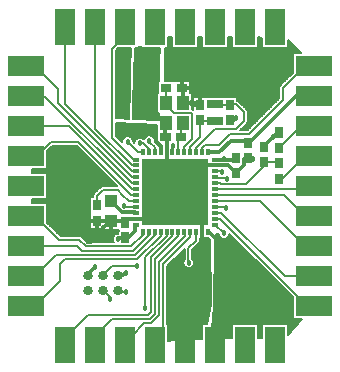
<source format=gtl>
G04 DipTrace 2.4.0.2*
%INSTM32.gtl*%
%MOMM*%
%ADD13C,0.203*%
%ADD14C,0.305*%
%ADD15C,0.3*%
%ADD16C,0.196*%
%ADD17C,0.152*%
%ADD18C,0.33*%
%ADD19R,1.7X1.6*%
%ADD21R,1.7X2.032*%
%ADD23R,1.6X1.7*%
%ADD24R,2.032X1.7*%
%ADD25R,1.0X1.1*%
%ADD26R,0.7X0.9*%
%ADD27R,1.1X1.0*%
%ADD28R,0.9X0.7*%
%ADD29R,2.0X1.7*%
%ADD30R,1.7X2.0*%
%ADD31R,0.9X0.75*%
%ADD37R,0.3X0.55*%
%ADD38R,0.55X0.3*%
%ADD39R,5.6X5.6*%
%ADD40C,0.711*%
%ADD43R,1.1X1.2*%
%ADD44R,1.4X0.7*%
%ADD45C,0.457*%
%FSLAX53Y53*%
G04*
G71*
G90*
G75*
G01*
%LNTop*%
%LPD*%
X30627Y26081D2*
D13*
X31774D1*
X31880Y25974D1*
X30627Y26081D2*
Y25758D1*
X29067Y24198D1*
X26970D1*
X26845Y24322D1*
X26498D1*
X26478Y24303D1*
X16491Y22436D2*
Y23243D1*
X16939Y23691D1*
X18213D1*
X18588Y23316D1*
Y23341D1*
X19144Y22786D1*
X19711D1*
X19728Y22803D1*
X31880Y24674D2*
X32167D1*
X34087Y26595D1*
X35357D1*
X16491Y21136D2*
D14*
X17624D1*
Y21128D1*
X18682D1*
X18826Y20985D1*
X19728Y21303D2*
D15*
X19301D1*
D14*
X19144D1*
X18826Y20985D1*
X29227Y26438D2*
Y26329D1*
X28942D1*
Y25870D1*
X28206Y25133D1*
X26478Y25803D2*
D15*
X26905D1*
D14*
X27536D1*
X28206Y25133D1*
X31885Y28578D2*
X31708D1*
X30511Y27381D1*
X30627D1*
X23744Y31087D2*
Y32256D1*
X23644Y32357D1*
X23744Y31087D2*
X24902D1*
X25050D1*
X25211Y30926D1*
X26478Y25803D2*
D15*
X26051D1*
D14*
X25353D1*
X23103Y23553D1*
X22353Y26928D2*
D15*
Y27355D1*
D14*
Y28157D1*
X22266Y28245D1*
Y29309D1*
X22344Y29387D1*
X22353Y26928D2*
D15*
Y26501D1*
D14*
Y24303D1*
X23103Y23553D1*
X22266Y28245D2*
Y29622D1*
X22125Y29763D1*
X21155D1*
Y30040D1*
X20331D1*
X19934Y30437D1*
X22344Y29387D2*
Y29753D1*
X21383D1*
X21064Y30072D1*
X19934D1*
Y30437D1*
X27739Y29655D2*
X28086D1*
X28254Y29823D1*
X29716Y26329D2*
X29227D1*
X25353Y20178D2*
D15*
Y19318D1*
D14*
Y15975D1*
X25590Y15739D1*
Y16887D1*
Y18076D1*
Y19194D1*
Y14599D1*
X25390Y14399D1*
Y13526D1*
X24058Y12195D1*
Y11486D1*
X23927Y11355D1*
X31375Y28214D2*
Y28290D1*
X31598D1*
X31885Y28578D1*
X24423Y31124D2*
X24902D1*
Y31087D1*
X19728Y21303D2*
D15*
X20155D1*
D14*
X20853D1*
X23103Y23553D1*
X25353Y20178D2*
D15*
Y20605D1*
D14*
Y21303D1*
X23103Y23553D1*
X15700Y16499D2*
Y16655D1*
X16258Y17212D1*
X17624Y21128D2*
X17560D1*
X16974Y20543D1*
X24853Y26928D2*
D13*
Y27269D1*
X26459Y28874D1*
X28225D1*
X28897Y29546D1*
Y30314D1*
X28239Y30973D1*
X27756D1*
X27739Y30955D1*
X26551D1*
X26465Y31040D1*
Y29540D2*
X25297D1*
X25211Y29626D1*
Y28213D1*
X24353Y27355D1*
Y26928D1*
X34087Y29135D2*
X33742D1*
X31885Y27278D1*
X34087Y29135D2*
X35357D1*
X22853Y26928D2*
Y27415D1*
X22884Y27446D1*
X19887Y17295D2*
X17766D1*
X16970Y16499D1*
X21353Y26928D2*
Y27341D1*
X20958Y27736D1*
Y27849D1*
X20905Y27902D1*
X20853Y26928D2*
Y27242D1*
X20391Y27704D1*
X20096D1*
X20353Y26928D2*
X19970D1*
X19065Y27833D1*
X19728Y26303D2*
X19615D1*
X17745Y28173D1*
Y35653D1*
X18847Y36755D1*
X19728Y25803D2*
X19443D1*
X16334Y28912D1*
Y36728D1*
X16307Y36755D1*
X19728Y25303D2*
X19437D1*
X13718Y31023D1*
Y36705D1*
X13767Y36755D1*
X19728Y24803D2*
X19431D1*
X13130Y31105D1*
Y32312D1*
X11227Y34215D1*
X19728Y24303D2*
X19425D1*
X12105Y31624D1*
X11278D1*
X11227Y31675D1*
X22353Y20178D2*
Y19843D1*
X20572Y18062D1*
Y13738D1*
X13767Y11355D2*
X13885D1*
X15683Y13153D1*
X20797D1*
X21065Y13421D1*
Y18045D1*
X22851Y19831D1*
Y20176D1*
X22853Y20178D1*
X23353D2*
Y19829D1*
X21412Y17888D1*
Y13263D1*
X20947Y12797D1*
X17750D1*
X16307Y11355D1*
X18847D2*
X19390D1*
X20478Y12443D1*
X21080D1*
X21744Y13107D1*
Y17664D1*
X23885Y19805D1*
Y20146D1*
X23853Y20178D1*
X21387Y11355D2*
Y11428D1*
X22076Y12116D1*
Y17447D1*
X24366Y19737D1*
Y20165D1*
X24353Y20178D1*
X26478Y21303D2*
X26855D1*
X34087Y14071D1*
Y13895D1*
X19728Y23803D2*
X19406D1*
X14099Y29110D1*
X11251D1*
X11227Y29135D1*
X19728Y23303D2*
X19359D1*
X14881Y27782D1*
X12551D1*
X11555Y26785D1*
Y26640D1*
X11182D1*
X11227Y26595D1*
X26478Y21803D2*
X26996D1*
X32363Y16436D1*
X34086D1*
X34087Y16435D1*
X26478Y22303D2*
X27313D1*
X27393Y22223D1*
X26478Y22803D2*
X30259D1*
X34087Y18975D1*
X26478Y23303D2*
X32299D1*
X34087Y21515D1*
X35357D1*
X26478Y23803D2*
X33835D1*
X34087Y24055D1*
X35357D1*
X26478Y24803D2*
Y24708D1*
X27452D1*
X27475Y24685D1*
X26478Y25303D2*
X27010D1*
X27049Y25263D1*
X19728Y22303D2*
X18891D1*
X18782Y22412D1*
X20353Y20178D2*
Y19932D1*
X19368Y18948D1*
X15506D1*
X14957Y19496D1*
X13245D1*
X11227Y21515D1*
X20853Y20178D2*
Y19890D1*
X19554Y18591D1*
X15185D1*
X14781Y18996D1*
X11248D1*
X11227Y18975D1*
X21353Y20178D2*
Y19880D1*
X19708Y18235D1*
X13027D1*
X11227Y16435D1*
X21853Y20178D2*
Y19871D1*
X19858Y17876D1*
X13749D1*
X13367Y17494D1*
Y16035D1*
X11227Y13895D1*
X25353Y26928D2*
Y27258D1*
X25598Y27503D1*
X26791D1*
X27737Y28449D1*
X29340D1*
X32230Y31339D1*
Y32358D1*
X34087Y34215D1*
X23853Y26928D2*
D16*
Y27354D1*
X24550Y28051D1*
Y30149D1*
X24462Y30237D1*
X23002D1*
X22344Y30895D1*
Y31087D1*
Y32357D1*
X23353Y26928D2*
D13*
Y28032D1*
X23566Y28245D1*
Y29209D1*
X23744Y29387D1*
X26478Y20803D2*
Y20769D1*
X27194Y20054D1*
X17542Y14501D2*
Y14658D1*
X16970Y15229D1*
X24853Y20178D2*
Y19437D1*
X24213Y18796D1*
Y17597D1*
X24233Y17577D1*
X18891Y15051D2*
X18419D1*
X18240Y15229D1*
X25853Y26928D2*
D15*
X26155D1*
D14*
X26828D1*
X27790Y27889D1*
X29075D1*
X29227Y27738D1*
X29378D1*
X33315Y31675D1*
X34087D1*
X17624Y22828D2*
Y22799D1*
X18575Y21848D1*
X19683D1*
D15*
X19728Y21803D1*
X18826Y19685D2*
D14*
X19106D1*
X19694Y20272D1*
Y20768D1*
D15*
X19728Y20803D1*
X28206Y26433D2*
D14*
Y26303D1*
X27213D1*
X26478D1*
X27213Y26365D2*
Y26303D1*
X26467Y11355D2*
Y13776D1*
X27090Y14399D1*
Y18994D1*
X26890Y19194D1*
Y18076D1*
Y16887D1*
Y15739D1*
X25853Y20178D2*
D15*
Y20247D1*
D14*
X27014Y19086D1*
Y15739D1*
X26890D1*
X18601Y30183D2*
Y31600D1*
X18633Y31632D1*
X18826Y19685D2*
X18347D1*
X18247Y19585D1*
X18240Y16499D2*
X18686D1*
X18926Y16739D1*
X18601Y28783D2*
X19888D1*
X19934Y28737D1*
X21152D1*
X21155Y28740D1*
X21853Y26928D2*
D15*
Y27417D1*
D14*
X21487Y27784D1*
Y28409D1*
X21155Y28740D1*
D45*
X22884Y27446D3*
X28254Y29823D3*
X29716Y26329D3*
X27213Y26365D3*
X27049Y25263D3*
X27475Y24685D3*
X27393Y22223D3*
X24233Y17577D3*
X27194Y20054D3*
X20572Y13738D3*
X18782Y22412D3*
X19065Y27833D3*
X20096Y27704D3*
X20905Y27902D3*
X18891Y15051D3*
X17542Y14501D3*
X19887Y17295D3*
X31375Y28214D3*
X24423Y31124D3*
X18633Y31632D3*
X18247Y19585D3*
X16258Y17212D3*
X18926Y16739D3*
X16974Y20543D3*
X25253Y19931D2*
D17*
X25453D1*
X25253Y19782D2*
X25453D1*
X25203Y19633D2*
X25904D1*
X25203Y19485D2*
X26023D1*
X25189Y19336D2*
X26025D1*
X25094Y19187D2*
X26028D1*
X24944Y19039D2*
X26028D1*
X24797Y18890D2*
X26030D1*
X24647Y18741D2*
X26030D1*
X23712Y18593D2*
X23862D1*
X24564D2*
X26033D1*
X23562Y18444D2*
X23862D1*
X24564D2*
X26033D1*
X23415Y18295D2*
X23862D1*
X24564D2*
X26035D1*
X23265Y18147D2*
X23862D1*
X24564D2*
X26035D1*
X23118Y17998D2*
X23862D1*
X24564D2*
X26037D1*
X22968Y17849D2*
X23843D1*
X24621D2*
X26037D1*
X22819Y17701D2*
X23772D1*
X24695D2*
X26040D1*
X22671Y17552D2*
X23755D1*
X24709D2*
X26040D1*
X22522Y17403D2*
X23788D1*
X24676D2*
X26042D1*
X22427Y17255D2*
X23886D1*
X24579D2*
X26042D1*
X22427Y17106D2*
X26044D1*
X22427Y16957D2*
X26044D1*
X22427Y16809D2*
X26047D1*
X22427Y16660D2*
X26047D1*
X22427Y16511D2*
X26049D1*
X22427Y16363D2*
X26049D1*
X22427Y16214D2*
X26052D1*
X22427Y16065D2*
X26052D1*
X22427Y15917D2*
X26054D1*
X22427Y15768D2*
X26054D1*
X22427Y15619D2*
X26056D1*
X22427Y15471D2*
X26056D1*
X22427Y15322D2*
X26059D1*
X22427Y15173D2*
X26059D1*
X22427Y15025D2*
X26061D1*
X22427Y14876D2*
X26061D1*
X22427Y14727D2*
X26063D1*
X22427Y14579D2*
X26063D1*
X22427Y14430D2*
X26066D1*
X22427Y14281D2*
X26066D1*
X22427Y14133D2*
X26068D1*
X22427Y13984D2*
X26056D1*
X22427Y13835D2*
X26028D1*
X22427Y13687D2*
X25999D1*
X22427Y13538D2*
X25973D1*
X22427Y13389D2*
X25945D1*
X22427Y13241D2*
X25919D1*
X22427Y13092D2*
X25890D1*
X22427Y12943D2*
X25862D1*
X22427Y12795D2*
X25835D1*
X22427Y12646D2*
X25807D1*
X22427Y12497D2*
X25778D1*
X22486Y12349D2*
X25368D1*
X22486Y12200D2*
X25368D1*
X22486Y12051D2*
X25368D1*
X22486Y11903D2*
X25368D1*
X22486Y11754D2*
X25368D1*
X22486Y11605D2*
X25368D1*
X22486Y11457D2*
X25368D1*
X22486Y11308D2*
X25368D1*
X22486Y11159D2*
X25368D1*
X22486Y11011D2*
X23069D1*
X25459Y12389D2*
X25774D1*
X26083Y14052D1*
X26040Y19485D1*
X25919Y19635D1*
X25858Y19669D1*
X25469D1*
Y20075D1*
X25239Y20068D1*
X25238Y19669D1*
X25188D1*
X25189Y19437D1*
X25181Y19361D1*
X25155Y19290D1*
X25113Y19224D1*
X24768Y18877D1*
X24548Y18657D1*
X24549Y17915D1*
X24586Y17877D1*
X24630Y17815D1*
X24664Y17747D1*
X24685Y17674D1*
X24696Y17577D1*
X24689Y17502D1*
X24671Y17428D1*
X24641Y17358D1*
X24599Y17295D1*
X24548Y17239D1*
X24489Y17192D1*
X24422Y17155D1*
X24351Y17130D1*
X24276Y17116D1*
X24200Y17115D1*
X24125Y17127D1*
X24053Y17151D1*
X23986Y17186D1*
X23925Y17231D1*
X23873Y17286D1*
X23830Y17349D1*
X23798Y17418D1*
X23778Y17491D1*
X23770Y17567D1*
X23774Y17642D1*
X23791Y17716D1*
X23820Y17787D1*
X23876Y17871D1*
Y18772D1*
X22412Y17308D1*
Y12390D1*
X22471Y12389D1*
Y10986D1*
X22956Y11006D1*
X25383Y11098D1*
Y11335D1*
Y12389D1*
X25459D1*
X26633Y19974D2*
X26724D1*
X26505Y19825D2*
X26776D1*
X27611D2*
X27842D1*
X26502Y19676D2*
X26911D1*
X27476D2*
X27992D1*
X26502Y19528D2*
X28141D1*
X26500Y19379D2*
X28289D1*
X26498Y19230D2*
X28438D1*
X26495Y19082D2*
X28586D1*
X26493Y18933D2*
X28735D1*
X26490Y18784D2*
X28885D1*
X26488Y18636D2*
X29032D1*
X26486Y18487D2*
X29182D1*
X26486Y18338D2*
X29329D1*
X26483Y18190D2*
X29479D1*
X26481Y18041D2*
X29628D1*
X26479Y17892D2*
X29775D1*
X26476Y17744D2*
X29925D1*
X26474Y17595D2*
X30072D1*
X26471Y17446D2*
X30222D1*
X26471Y17298D2*
X30372D1*
X26469Y17149D2*
X30519D1*
X26467Y17000D2*
X30668D1*
X26464Y16852D2*
X30816D1*
X26462Y16703D2*
X30965D1*
X26460Y16554D2*
X31115D1*
X26457Y16406D2*
X31262D1*
X26455Y16257D2*
X31412D1*
X26455Y16108D2*
X31559D1*
X26452Y15960D2*
X31709D1*
X26450Y15811D2*
X31858D1*
X26448Y15662D2*
X32006D1*
X26445Y15514D2*
X32155D1*
X26443Y15365D2*
X32302D1*
X26441Y15216D2*
X32452D1*
X26438Y15068D2*
X32602D1*
X26438Y14919D2*
X32749D1*
X26436Y14770D2*
X32899D1*
X26433Y14622D2*
X33039D1*
X26431Y14473D2*
X33039D1*
X26429Y14324D2*
X33039D1*
X26426Y14176D2*
X33039D1*
X26426Y14027D2*
X33039D1*
X26424Y13878D2*
X33039D1*
X26412Y13730D2*
X33039D1*
X26395Y13581D2*
X33039D1*
X26379Y13432D2*
X33039D1*
X26362Y13284D2*
X33039D1*
X26348Y13135D2*
X33039D1*
X26331Y12986D2*
X33039D1*
X26315Y12838D2*
X33039D1*
X26298Y12689D2*
X33716D1*
X26281Y12540D2*
X33580D1*
X26265Y12392D2*
X33445D1*
X26248Y12243D2*
X27909D1*
X30108D2*
X30448D1*
X32646D2*
X33309D1*
X26234Y12094D2*
X27909D1*
X30108D2*
X30448D1*
X32646D2*
X33176D1*
X26217Y11946D2*
X27909D1*
X30108D2*
X30448D1*
X32646D2*
X33041D1*
X26201Y11797D2*
X27909D1*
X30108D2*
X30448D1*
X32646D2*
X32906D1*
X26184Y11648D2*
X27909D1*
X30108D2*
X30448D1*
X32646D2*
X32770D1*
X26167Y11500D2*
X27909D1*
X30108D2*
X30448D1*
X26151Y11351D2*
X27909D1*
X30108D2*
X30448D1*
X26134Y11202D2*
X27909D1*
X27999Y12389D2*
X30091D1*
Y11204D1*
X30463Y11209D1*
Y12389D1*
X32631D1*
Y11480D1*
X33843Y12811D1*
X33053Y12810D1*
Y14632D1*
X31431Y16252D1*
X27657Y20025D1*
X27632Y19904D1*
X27602Y19835D1*
X27561Y19771D1*
X27510Y19715D1*
X27450Y19668D1*
X27383Y19631D1*
X27312Y19606D1*
X27237Y19593D1*
X27161Y19592D1*
X27086Y19603D1*
X27014Y19627D1*
X26947Y19662D1*
X26886Y19708D1*
X26834Y19762D1*
X26791Y19825D1*
X26759Y19894D1*
X26737Y19989D1*
X26491Y19958D1*
X26484Y19341D1*
X26407Y13820D1*
X26115Y11149D1*
X27922Y11175D1*
X27925Y11335D1*
X27923Y11384D1*
Y12389D1*
X27999D1*
X19721Y35652D2*
X21750D1*
X19717Y35503D2*
X21750D1*
X19712Y35355D2*
X21748D1*
X19707Y35206D2*
X21748D1*
X19700Y35057D2*
X21745D1*
X19695Y34909D2*
X21743D1*
X19691Y34760D2*
X21743D1*
X19683Y34611D2*
X21741D1*
X19679Y34463D2*
X21741D1*
X19674Y34314D2*
X21738D1*
X19669Y34165D2*
X21736D1*
X19662Y34017D2*
X21736D1*
X19657Y33868D2*
X21734D1*
X19653Y33719D2*
X21734D1*
X19648Y33571D2*
X21731D1*
X19641Y33422D2*
X21731D1*
X19636Y33273D2*
X21729D1*
X19631Y33125D2*
X21726D1*
X19626Y32976D2*
X21726D1*
X19619Y32827D2*
X21643D1*
X19615Y32679D2*
X21643D1*
X19610Y32530D2*
X21643D1*
X19603Y32381D2*
X21643D1*
X19598Y32233D2*
X21643D1*
X19593Y32084D2*
X21643D1*
X19588Y31935D2*
X21643D1*
X19581Y31787D2*
X21544D1*
X19577Y31638D2*
X21544D1*
X19572Y31489D2*
X21544D1*
X19567Y31341D2*
X21544D1*
X19560Y31192D2*
X21544D1*
X19555Y31043D2*
X21544D1*
X19554Y30895D2*
X21544D1*
X19554Y30746D2*
X21544D1*
X19554Y30597D2*
X21544D1*
X19554Y30449D2*
X21544D1*
X19554Y30300D2*
X21544D1*
X19554Y30151D2*
X21724D1*
X19554Y30003D2*
X21724D1*
X19554Y29854D2*
X21724D1*
X20054Y29705D2*
X21724D1*
X21766Y35720D2*
X20303D1*
Y35799D1*
X19932Y35801D1*
X19931Y35720D1*
X19711D1*
X19539Y30994D1*
X19541Y29718D1*
X21737Y29663D1*
X21739Y30253D1*
X21559D1*
Y31921D1*
X21659Y31924D1*
Y32941D1*
X21742D1*
X21757Y34678D1*
X21767Y35721D1*
X18097Y29272D2*
X20370D1*
X18097Y29124D2*
X21543D1*
X18097Y28975D2*
X21543D1*
X18097Y28826D2*
X21543D1*
X18097Y28678D2*
X21543D1*
X18097Y28529D2*
X21567D1*
X18097Y28380D2*
X21567D1*
X18178Y28232D2*
X18815D1*
X19315D2*
X20565D1*
X21246D2*
X21567D1*
X18325Y28083D2*
X18660D1*
X19470D2*
X19814D1*
X20377D2*
X20464D1*
X21346D2*
X21567D1*
X18474Y27934D2*
X18598D1*
X19531D2*
X19679D1*
X21381D2*
X21567D1*
X21398Y27786D2*
X21593D1*
X21548Y27637D2*
X21828D1*
X21581Y27971D2*
Y28553D1*
X21559Y28552D1*
Y29201D1*
X18081Y29412D1*
Y28312D1*
X18606Y27788D1*
X18607Y27898D1*
X18624Y27972D1*
X18652Y28042D1*
X18692Y28107D1*
X18742Y28164D1*
X18800Y28212D1*
X18866Y28251D1*
X18937Y28278D1*
X19011Y28293D1*
X19087Y28295D1*
X19163Y28286D1*
X19235Y28264D1*
X19303Y28230D1*
X19365Y28186D1*
X19419Y28132D1*
X19463Y28070D1*
X19496Y28002D1*
X19518Y27930D1*
X19528Y27844D1*
X19634Y27740D1*
X19654Y27843D1*
X19683Y27913D1*
X19722Y27978D1*
X19772Y28035D1*
X19831Y28083D1*
X19896Y28122D1*
X19967Y28149D1*
X20042Y28164D1*
X20118Y28166D1*
X20193Y28157D1*
X20265Y28135D1*
X20334Y28101D1*
X20414Y28038D1*
X20464Y28041D1*
X20492Y28111D1*
X20532Y28176D1*
X20582Y28233D1*
X20640Y28282D1*
X20706Y28320D1*
X20777Y28347D1*
X20851Y28362D1*
X20927Y28364D1*
X21002Y28355D1*
X21075Y28333D1*
X21143Y28299D1*
X21205Y28255D1*
X21259Y28201D1*
X21303Y28140D1*
X21336Y28071D1*
X21358Y27999D1*
X21368Y27902D1*
X21358Y27810D1*
X21591Y27579D1*
X21639Y27517D1*
X21621Y27544D1*
X21696Y27513D1*
X21850Y27514D1*
X21842Y27659D1*
X21741Y27673D1*
X21674Y27708D1*
X21622Y27763D1*
X21590Y27831D1*
X21581Y27895D1*
Y27971D1*
X22486Y36563D2*
X22829D1*
X25027D2*
X25368D1*
X27566D2*
X27909D1*
X30108D2*
X30448D1*
X22486Y36415D2*
X22829D1*
X25027D2*
X25368D1*
X27566D2*
X27909D1*
X30108D2*
X30448D1*
X22486Y36266D2*
X22829D1*
X25027D2*
X25368D1*
X27566D2*
X27909D1*
X30108D2*
X30448D1*
X32646D2*
X32754D1*
X22486Y36117D2*
X22829D1*
X25027D2*
X25368D1*
X27566D2*
X27909D1*
X30108D2*
X30448D1*
X32646D2*
X32896D1*
X22486Y35969D2*
X22829D1*
X25027D2*
X25368D1*
X27566D2*
X27909D1*
X30108D2*
X30448D1*
X32646D2*
X33041D1*
X22486Y35820D2*
X22829D1*
X25027D2*
X25368D1*
X27566D2*
X27909D1*
X30108D2*
X30448D1*
X32646D2*
X33184D1*
X22201Y35671D2*
X33326D1*
X22201Y35523D2*
X33469D1*
X22201Y35374D2*
X33613D1*
X22201Y35225D2*
X33039D1*
X22204Y35077D2*
X33039D1*
X22204Y34928D2*
X33039D1*
X22204Y34779D2*
X33039D1*
X22204Y34631D2*
X33039D1*
X22206Y34482D2*
X33039D1*
X22206Y34333D2*
X33039D1*
X22206Y34185D2*
X33039D1*
X22206Y34036D2*
X33039D1*
X22208Y33887D2*
X33039D1*
X22208Y33739D2*
X33039D1*
X22208Y33590D2*
X32972D1*
X22208Y33441D2*
X32823D1*
X22211Y33293D2*
X32675D1*
X22211Y33144D2*
X32526D1*
X22211Y32995D2*
X32379D1*
X24343Y32847D2*
X32229D1*
X24343Y32698D2*
X32079D1*
X24343Y32549D2*
X31939D1*
X24343Y32401D2*
X31882D1*
X24343Y32252D2*
X31880D1*
X24343Y32103D2*
X31880D1*
X24343Y31955D2*
X31880D1*
X24543Y31806D2*
X31880D1*
X24543Y31657D2*
X31880D1*
X28338Y31509D2*
X31880D1*
X28338Y31360D2*
X31761D1*
X28490Y31211D2*
X31611D1*
X28640Y31063D2*
X31464D1*
X28787Y30914D2*
X31314D1*
X28937Y30765D2*
X31167D1*
X29086Y30617D2*
X31018D1*
X29212Y30468D2*
X30868D1*
X29248Y30319D2*
X30721D1*
X29248Y30171D2*
X30571D1*
X29248Y30022D2*
X30424D1*
X29248Y29873D2*
X30274D1*
X29248Y29725D2*
X30125D1*
X29248Y29576D2*
X29977D1*
X29226Y29427D2*
X29828D1*
X29120Y29279D2*
X29681D1*
X28970Y29130D2*
X29531D1*
X28823Y28981D2*
X29384D1*
X28673Y28833D2*
X29234D1*
X27551Y36666D2*
Y35720D1*
X25383D1*
Y36687D1*
X25011Y36688D1*
Y35720D1*
X22843D1*
Y36706D1*
X22470Y36710D1*
X22471Y35720D1*
X22184D1*
X22190Y34538D1*
X22196Y32940D1*
X23028Y32941D1*
X24328D1*
Y31921D1*
X24528D1*
Y30562D1*
X24626Y30531D1*
Y31611D1*
X25531D1*
Y31625D1*
X27153D1*
X27154Y31640D1*
X28323D1*
Y31300D1*
X28424Y31253D1*
X28530Y31157D1*
X29135Y30552D1*
X29182Y30493D1*
X29215Y30424D1*
X29231Y30348D1*
X29233Y29858D1*
Y29546D1*
X29225Y29471D1*
X29200Y29400D1*
X29157Y29334D1*
X28813Y28986D1*
X28613Y28787D1*
X29203Y28785D1*
X30715Y30299D1*
X31896Y31480D1*
X31894Y32358D1*
X31903Y32434D1*
X31928Y32505D1*
X31971Y32571D1*
X32315Y32918D1*
X33053Y33656D1*
Y35299D1*
X33701D1*
X32632Y36408D1*
X32631Y35720D1*
X30463D1*
Y36639D1*
X30089Y36644D1*
X30091Y36269D1*
Y35720D1*
X27923D1*
Y36663D1*
X27552Y36666D1*
X23644Y32941D2*
D18*
Y32357D1*
X24328D1*
X25211Y31611D2*
Y30926D1*
X24627D2*
X25211D1*
X23744Y31087D2*
X24528D1*
X12660Y27400D2*
D17*
X14772D1*
X12510Y27251D2*
X14922D1*
X12363Y27102D2*
X15071D1*
X12275Y26954D2*
X15218D1*
X12275Y26805D2*
X15368D1*
X12275Y26656D2*
X15515D1*
X12275Y26508D2*
X15665D1*
X12275Y26359D2*
X15815D1*
X12275Y26210D2*
X15962D1*
X12275Y26062D2*
X16111D1*
X12275Y25913D2*
X16259D1*
X12275Y25764D2*
X16408D1*
X12275Y25616D2*
X16558D1*
X10948Y25467D2*
X16705D1*
X10950Y25318D2*
X16855D1*
X10950Y25170D2*
X17002D1*
X12275Y25021D2*
X17152D1*
X12275Y24872D2*
X17299D1*
X12275Y24724D2*
X17449D1*
X12275Y24575D2*
X17598D1*
X12275Y24426D2*
X17745D1*
X12275Y24278D2*
X17895D1*
X12275Y24129D2*
X18042D1*
X12275Y23980D2*
X16753D1*
X12275Y23832D2*
X16589D1*
X12275Y23683D2*
X16442D1*
X12275Y23534D2*
X16292D1*
X12275Y23386D2*
X16171D1*
X12275Y23237D2*
X16140D1*
X12275Y23088D2*
X15893D1*
X10955Y22940D2*
X15893D1*
X10955Y22791D2*
X15893D1*
X10957Y22642D2*
X15893D1*
X12275Y22494D2*
X15893D1*
X12275Y22345D2*
X15893D1*
X12275Y22196D2*
X15893D1*
X12275Y22048D2*
X15893D1*
X12275Y21899D2*
X15893D1*
X12275Y21750D2*
X15893D1*
X12275Y21602D2*
X15893D1*
X12275Y21453D2*
X15893D1*
X12275Y21304D2*
X15893D1*
X12275Y21156D2*
X15893D1*
X12275Y21007D2*
X15893D1*
X12373Y20858D2*
X15893D1*
X12522Y20710D2*
X15893D1*
X12672Y20561D2*
X15893D1*
X12819Y20412D2*
X16874D1*
X12969Y20264D2*
X18266D1*
X13116Y20115D2*
X18225D1*
X13266Y19966D2*
X17969D1*
X15071Y19818D2*
X17831D1*
X15275Y19669D2*
X17776D1*
X15422Y19520D2*
X17774D1*
X15572Y19372D2*
X17821D1*
X12261Y27017D2*
Y25510D1*
X10934D1*
X10935Y25139D1*
X12261D1*
Y22970D1*
X10942D1*
X10941Y22598D1*
X11409Y22599D1*
X12261D1*
Y20953D1*
X12647Y20570D1*
X13384Y19833D1*
X14957Y19832D1*
X15032Y19824D1*
X15104Y19799D1*
X15169Y19756D1*
X15517Y19412D1*
X15646Y19282D1*
X16494Y19284D1*
X17897D1*
X17844Y19356D1*
X17812Y19425D1*
X17792Y19498D1*
X17784Y19574D1*
X17788Y19650D1*
X17805Y19724D1*
X17833Y19794D1*
X17873Y19859D1*
X17923Y19916D1*
X17981Y19964D1*
X18047Y20003D1*
X18118Y20029D1*
X18204Y20045D1*
X18241Y20071D1*
Y20135D1*
X18253Y20209D1*
X18289Y20276D1*
X18349Y20337D1*
X18339Y20344D1*
X16889D1*
Y20452D1*
X15907Y20451D1*
Y23120D1*
X16156D1*
X16155Y23243D1*
X16164Y23319D1*
X16189Y23390D1*
X16231Y23456D1*
X16576Y23803D1*
X16702Y23929D1*
X16761Y23976D1*
X16829Y24009D1*
X16906Y24025D1*
X17395Y24027D1*
X18161D1*
X14740Y27447D1*
X13893Y27445D1*
X12689D1*
X12260Y27015D1*
X17624Y21128D2*
D18*
Y20344D1*
X16491Y21136D2*
Y20452D1*
X15907Y21136D2*
X16491D1*
X18156Y35575D2*
D17*
X19299D1*
X18097Y35426D2*
X19296D1*
X18097Y35277D2*
X19294D1*
X18097Y35129D2*
X19289D1*
X18097Y34980D2*
X19287D1*
X18097Y34831D2*
X19285D1*
X18097Y34683D2*
X19280D1*
X18097Y34534D2*
X19277D1*
X18097Y34385D2*
X19275D1*
X18097Y34237D2*
X19273D1*
X18097Y34088D2*
X19268D1*
X18097Y33939D2*
X19266D1*
X18097Y33791D2*
X19263D1*
X18097Y33642D2*
X19258D1*
X18097Y33493D2*
X19256D1*
X18097Y33345D2*
X19254D1*
X18097Y33196D2*
X19249D1*
X18097Y33047D2*
X19247D1*
X18097Y32899D2*
X19244D1*
X18097Y32750D2*
X19242D1*
X18097Y32601D2*
X19237D1*
X18097Y32453D2*
X19235D1*
X18097Y32304D2*
X19232D1*
X18097Y32155D2*
X19228D1*
X18097Y32007D2*
X19225D1*
X18097Y31858D2*
X19223D1*
X18097Y31709D2*
X19220D1*
X18097Y31561D2*
X19216D1*
X18097Y31412D2*
X19213D1*
X18097Y31263D2*
X19211D1*
X18097Y31115D2*
X19185D1*
X18097Y30966D2*
X19185D1*
X18097Y30817D2*
X19185D1*
X18097Y30669D2*
X19185D1*
X18097Y30520D2*
X19185D1*
X18097Y30371D2*
X19185D1*
X18097Y30223D2*
X19185D1*
X18097Y30074D2*
X19185D1*
X18097Y29925D2*
X19182D1*
X18980Y29777D2*
X19180D1*
X19316Y35720D2*
X18286D1*
X18082Y35514D1*
X18081Y29856D1*
X18393Y29827D1*
X19196Y29757D1*
X19200Y30185D1*
Y31221D1*
X19226D1*
X19284Y34083D1*
X19317Y35719D1*
D19*
X26467Y36755D3*
X23927D3*
X21387D3*
X18847D3*
X16307D3*
X13767D3*
D21*
X26467Y38025D3*
X23927D3*
X21387D3*
X18847D3*
X16307D3*
X13767D3*
D23*
X11227Y34215D3*
Y31675D3*
Y29135D3*
Y26595D3*
D24*
X9957Y34215D3*
Y31675D3*
Y29135D3*
Y26595D3*
D23*
X34087D3*
Y29135D3*
D24*
X35357Y26595D3*
Y29135D3*
G36*
X32235Y26828D2*
X31535D1*
Y27728D1*
X32235D1*
Y26828D1*
G37*
G36*
Y28128D2*
X31535D1*
Y29028D1*
X32235D1*
Y28128D1*
G37*
D25*
X19934Y28737D3*
Y30437D3*
D26*
X21155Y28740D3*
Y30040D3*
D25*
X17624Y22828D3*
Y21128D3*
G36*
X18476Y20135D2*
X19176D1*
Y19235D1*
X18476D1*
Y20135D1*
G37*
G36*
Y21435D2*
X19176D1*
Y20535D1*
X18476D1*
Y21435D1*
G37*
D27*
X27090Y14399D3*
X25390D3*
D28*
X26890Y15739D3*
X25590D3*
X26890Y16887D3*
X25590D3*
X26890Y18076D3*
X25590D3*
G36*
X27340Y19544D2*
Y18844D1*
X26440D1*
Y19544D1*
X27340D1*
G37*
G36*
X26040D2*
Y18844D1*
X25140D1*
Y19544D1*
X26040D1*
G37*
D26*
X28206Y26433D3*
Y25133D3*
X29227Y27738D3*
Y26438D3*
D28*
X22344Y32357D3*
X23644D3*
G36*
X24016Y28595D2*
Y27895D1*
X23116D1*
Y28595D1*
X24016D1*
G37*
G36*
X22716D2*
Y27895D1*
X21816D1*
Y28595D1*
X22716D1*
G37*
D26*
X25211Y29626D3*
Y30926D3*
X27739Y30955D3*
Y29655D3*
D23*
X34087Y21515D3*
Y24055D3*
D24*
X35357Y21515D3*
Y24055D3*
D19*
X31547Y36755D3*
X29007D3*
D21*
X31547Y38025D3*
X29007D3*
D19*
Y11355D3*
X31547D3*
D21*
X29007Y10085D3*
X31547D3*
D23*
X34087Y31675D3*
D29*
X35357D3*
D19*
X13767Y11355D3*
D30*
Y10085D3*
D23*
X11227Y24055D3*
D29*
X9957D3*
D23*
X34087Y34215D3*
D29*
X35357D3*
D31*
X18601Y30183D3*
Y28783D3*
D19*
X26467Y11355D3*
X23927D3*
D21*
X26467Y10085D3*
X23927D3*
D26*
X30627Y26081D3*
Y27381D3*
X16491Y22436D3*
Y21136D3*
X31880Y24674D3*
Y25974D3*
D23*
X11227Y21515D3*
Y18975D3*
Y16435D3*
Y13895D3*
D24*
X9957Y21515D3*
Y18975D3*
Y16435D3*
Y13895D3*
G36*
X17847Y15229D2*
X17853Y15161D1*
X17870Y15095D1*
X17899Y15032D1*
X17939Y14976D1*
X17987Y14928D1*
X18044Y14888D1*
X18106Y14859D1*
X18172Y14842D1*
X18240Y14836D1*
D1*
X18309Y14842D1*
X18375Y14859D1*
X18437Y14888D1*
X18493Y14928D1*
X18542Y14976D1*
X18581Y15032D1*
X18610Y15095D1*
X18628Y15161D1*
X18634Y15229D1*
D1*
X18628Y15298D1*
X18610Y15364D1*
X18581Y15426D1*
X18542Y15482D1*
X18493Y15531D1*
X18437Y15570D1*
X18375Y15599D1*
X18309Y15617D1*
X18240Y15623D1*
D1*
X18172Y15617D1*
X18106Y15599D1*
X18044Y15570D1*
X17987Y15531D1*
X17939Y15482D1*
X17899Y15426D1*
X17870Y15364D1*
X17853Y15298D1*
X17847Y15229D1*
G37*
G36*
X16577D2*
X16583Y15161D1*
X16600Y15095D1*
X16629Y15032D1*
X16669Y14976D1*
X16717Y14928D1*
X16774Y14888D1*
X16836Y14859D1*
X16902Y14842D1*
X16970Y14836D1*
D1*
X17039Y14842D1*
X17105Y14859D1*
X17167Y14888D1*
X17223Y14928D1*
X17272Y14976D1*
X17311Y15032D1*
X17340Y15095D1*
X17358Y15161D1*
X17364Y15229D1*
D1*
X17358Y15298D1*
X17340Y15364D1*
X17311Y15426D1*
X17272Y15482D1*
X17223Y15531D1*
X17167Y15570D1*
X17105Y15599D1*
X17039Y15617D1*
X16970Y15623D1*
D1*
X16902Y15617D1*
X16836Y15599D1*
X16774Y15570D1*
X16717Y15531D1*
X16669Y15482D1*
X16629Y15426D1*
X16600Y15364D1*
X16583Y15298D1*
X16577Y15229D1*
G37*
G36*
X15307D2*
X15313Y15161D1*
X15330Y15095D1*
X15359Y15032D1*
X15399Y14976D1*
X15447Y14928D1*
X15504Y14888D1*
X15566Y14859D1*
X15632Y14842D1*
X15700Y14836D1*
D1*
X15769Y14842D1*
X15835Y14859D1*
X15897Y14888D1*
X15953Y14928D1*
X16002Y14976D1*
X16041Y15032D1*
X16070Y15095D1*
X16088Y15161D1*
X16094Y15229D1*
D1*
X16088Y15298D1*
X16070Y15364D1*
X16041Y15426D1*
X16002Y15482D1*
X15953Y15531D1*
X15897Y15570D1*
X15835Y15599D1*
X15769Y15617D1*
X15700Y15623D1*
D1*
X15632Y15617D1*
X15566Y15599D1*
X15504Y15570D1*
X15447Y15531D1*
X15399Y15482D1*
X15359Y15426D1*
X15330Y15364D1*
X15313Y15298D1*
X15307Y15229D1*
G37*
G36*
Y16499D2*
X15313Y16431D1*
X15330Y16365D1*
X15359Y16302D1*
X15399Y16246D1*
X15447Y16198D1*
X15504Y16158D1*
X15566Y16129D1*
X15632Y16112D1*
X15700Y16106D1*
D1*
X15769Y16112D1*
X15835Y16129D1*
X15897Y16158D1*
X15953Y16198D1*
X16002Y16246D1*
X16041Y16302D1*
X16070Y16365D1*
X16088Y16431D1*
X16094Y16499D1*
D1*
X16088Y16568D1*
X16070Y16634D1*
X16041Y16696D1*
X16002Y16752D1*
X15953Y16801D1*
X15897Y16840D1*
X15835Y16869D1*
X15769Y16887D1*
X15700Y16893D1*
D1*
X15632Y16887D1*
X15566Y16869D1*
X15504Y16840D1*
X15447Y16801D1*
X15399Y16752D1*
X15359Y16696D1*
X15330Y16634D1*
X15313Y16568D1*
X15307Y16499D1*
G37*
G36*
X16577D2*
X16583Y16431D1*
X16600Y16365D1*
X16629Y16302D1*
X16669Y16246D1*
X16717Y16198D1*
X16774Y16158D1*
X16836Y16129D1*
X16902Y16112D1*
X16970Y16106D1*
D1*
X17039Y16112D1*
X17105Y16129D1*
X17167Y16158D1*
X17223Y16198D1*
X17272Y16246D1*
X17311Y16302D1*
X17340Y16365D1*
X17358Y16431D1*
X17364Y16499D1*
D1*
X17358Y16568D1*
X17340Y16634D1*
X17311Y16696D1*
X17272Y16752D1*
X17223Y16801D1*
X17167Y16840D1*
X17105Y16869D1*
X17039Y16887D1*
X16970Y16893D1*
D1*
X16902Y16887D1*
X16836Y16869D1*
X16774Y16840D1*
X16717Y16801D1*
X16669Y16752D1*
X16629Y16696D1*
X16600Y16634D1*
X16583Y16568D1*
X16577Y16499D1*
G37*
G36*
X17847D2*
X17853Y16431D1*
X17870Y16365D1*
X17899Y16302D1*
X17939Y16246D1*
X17987Y16198D1*
X18044Y16158D1*
X18106Y16129D1*
X18172Y16112D1*
X18240Y16106D1*
D1*
X18309Y16112D1*
X18375Y16129D1*
X18437Y16158D1*
X18493Y16198D1*
X18542Y16246D1*
X18581Y16302D1*
X18610Y16365D1*
X18628Y16431D1*
X18634Y16499D1*
D1*
X18628Y16568D1*
X18610Y16634D1*
X18581Y16696D1*
X18542Y16752D1*
X18493Y16801D1*
X18437Y16840D1*
X18375Y16869D1*
X18309Y16887D1*
X18240Y16893D1*
D1*
X18172Y16887D1*
X18106Y16869D1*
X18044Y16840D1*
X17987Y16801D1*
X17939Y16752D1*
X17899Y16696D1*
X17870Y16634D1*
X17853Y16568D1*
X17847Y16499D1*
G37*
D37*
X25853Y26928D3*
X25353D3*
X24853D3*
X24353D3*
X23853D3*
X23353D3*
X22853D3*
X22353D3*
X21853D3*
X21353D3*
X20853D3*
X20353D3*
D38*
X19728Y26303D3*
Y25803D3*
Y25303D3*
Y24803D3*
Y24303D3*
Y23803D3*
Y23303D3*
Y22803D3*
Y22303D3*
Y21803D3*
Y21303D3*
Y20803D3*
D37*
X20353Y20178D3*
X20853D3*
X21353D3*
X21853D3*
X22353D3*
X22853D3*
X23353D3*
X23853D3*
X24353D3*
X24853D3*
X25353D3*
X25853D3*
D38*
X26478Y20803D3*
Y21303D3*
Y21803D3*
Y22303D3*
Y22803D3*
Y23303D3*
Y23803D3*
Y24303D3*
Y24803D3*
Y25303D3*
Y25803D3*
Y26303D3*
D39*
X23103Y23553D3*
D40*
X23876Y25836D3*
Y25074D3*
Y24312D3*
Y23550D3*
Y22788D3*
Y22026D3*
X23110Y25836D3*
Y25074D3*
Y24312D3*
Y23550D3*
Y22788D3*
Y22026D3*
X24640Y25832D3*
Y25070D3*
Y24308D3*
Y23546D3*
Y22784D3*
Y22022D3*
X22343Y25836D3*
Y25074D3*
Y24312D3*
Y23550D3*
Y22788D3*
Y22026D3*
X21576Y25836D3*
Y25074D3*
Y24312D3*
Y23550D3*
Y22788D3*
Y22026D3*
X25406Y25839D3*
Y25077D3*
Y24315D3*
Y23553D3*
Y22791D3*
Y22029D3*
X23880Y21262D3*
X23113D3*
X24643Y21259D3*
X22346Y21262D3*
X21580D3*
X25410Y21266D3*
X20810Y25836D3*
Y25074D3*
Y24312D3*
Y23550D3*
Y22788D3*
Y22026D3*
X20813Y21262D3*
D23*
X34087Y13895D3*
Y16435D3*
Y18975D3*
D24*
X35357Y13895D3*
Y16435D3*
Y18975D3*
D19*
X21387Y11355D3*
X18847D3*
X16307D3*
D21*
Y10085D3*
X18847D3*
X21387D3*
D43*
X22344Y31087D3*
Y29387D3*
X23744D3*
Y31087D3*
D44*
X26465Y31040D3*
Y29540D3*
M02*

</source>
